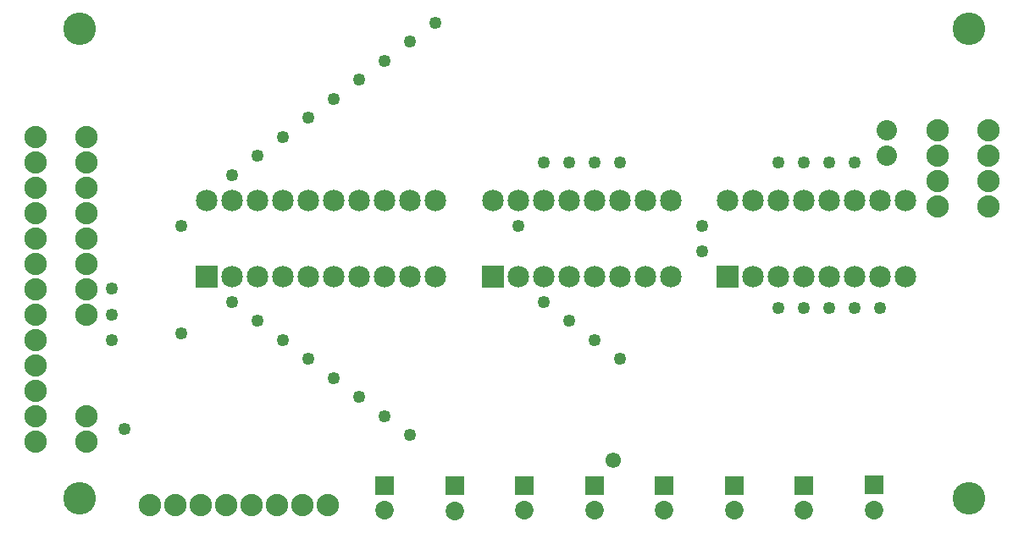
<source format=gts>
G04 MADE WITH FRITZING*
G04 WWW.FRITZING.ORG*
G04 DOUBLE SIDED*
G04 HOLES PLATED*
G04 CONTOUR ON CENTER OF CONTOUR VECTOR*
%ASAXBY*%
%FSLAX23Y23*%
%MOIN*%
%OFA0B0*%
%SFA1.0B1.0*%
%ADD10C,0.049370*%
%ADD11C,0.088000*%
%ADD12C,0.072992*%
%ADD13C,0.061181*%
%ADD14C,0.128110*%
%ADD15C,0.085000*%
%ADD16C,0.080000*%
%ADD17R,0.072992X0.072992*%
%ADD18R,0.085000X0.085000*%
%LNMASK1*%
G90*
G70*
G54D10*
X388Y962D03*
X388Y861D03*
X3413Y886D03*
G54D11*
X3638Y1586D03*
X3638Y1286D03*
X88Y661D03*
G54D12*
X3388Y188D03*
X3388Y89D03*
X3113Y186D03*
X3113Y88D03*
X2838Y186D03*
X2838Y88D03*
X2563Y186D03*
X2563Y88D03*
X2288Y186D03*
X2288Y88D03*
X2013Y186D03*
X2013Y88D03*
X1738Y185D03*
X1738Y86D03*
X1463Y186D03*
X1463Y88D03*
G54D10*
X863Y911D03*
X2088Y911D03*
X963Y836D03*
X2188Y836D03*
X2288Y761D03*
X1063Y761D03*
X2388Y686D03*
X1163Y686D03*
X3013Y886D03*
X1263Y611D03*
X3113Y886D03*
X1363Y536D03*
X3213Y886D03*
X1463Y461D03*
X3313Y886D03*
X1563Y386D03*
X2088Y1461D03*
X963Y1486D03*
X2188Y1461D03*
X1063Y1561D03*
X2288Y1461D03*
X1163Y1636D03*
X2388Y1461D03*
X1263Y1711D03*
X3013Y1461D03*
X1363Y1786D03*
X3113Y1461D03*
X1463Y1861D03*
X3213Y1461D03*
X1563Y1936D03*
X3313Y1461D03*
X1663Y2011D03*
X863Y1411D03*
G54D11*
X3638Y1486D03*
X3638Y1386D03*
G54D13*
X2363Y286D03*
G54D10*
X438Y411D03*
X663Y786D03*
X2713Y1111D03*
X1988Y1211D03*
X2713Y1211D03*
X388Y761D03*
X663Y1211D03*
G54D11*
X538Y111D03*
X638Y111D03*
X738Y111D03*
X838Y111D03*
X938Y111D03*
X1038Y111D03*
X1138Y111D03*
X1238Y111D03*
G54D14*
X263Y137D03*
X263Y1986D03*
X3763Y136D03*
X3763Y1986D03*
G54D15*
X763Y1011D03*
X763Y1311D03*
X863Y1011D03*
X863Y1311D03*
X963Y1011D03*
X963Y1311D03*
X1063Y1011D03*
X1063Y1311D03*
X1163Y1011D03*
X1163Y1311D03*
X1263Y1011D03*
X1263Y1311D03*
X1363Y1011D03*
X1363Y1311D03*
X1463Y1011D03*
X1463Y1311D03*
X1563Y1011D03*
X1563Y1311D03*
X1663Y1011D03*
X1663Y1311D03*
X1888Y1011D03*
X1888Y1311D03*
X1988Y1011D03*
X1988Y1311D03*
X2088Y1011D03*
X2088Y1311D03*
X2188Y1011D03*
X2188Y1311D03*
X2288Y1011D03*
X2288Y1311D03*
X2388Y1011D03*
X2388Y1311D03*
X2488Y1011D03*
X2488Y1311D03*
X2588Y1011D03*
X2588Y1311D03*
X2813Y1011D03*
X2813Y1311D03*
X2913Y1011D03*
X2913Y1311D03*
X3013Y1011D03*
X3013Y1311D03*
X3113Y1011D03*
X3113Y1311D03*
X3213Y1011D03*
X3213Y1311D03*
X3313Y1011D03*
X3313Y1311D03*
X3413Y1011D03*
X3413Y1311D03*
X3513Y1011D03*
X3513Y1311D03*
G54D11*
X88Y561D03*
X88Y361D03*
X288Y361D03*
X88Y461D03*
X288Y461D03*
X88Y861D03*
X88Y961D03*
X88Y1061D03*
X88Y1161D03*
X88Y1261D03*
X88Y1361D03*
X88Y1461D03*
X88Y1561D03*
X288Y861D03*
X288Y961D03*
X288Y1061D03*
X288Y1161D03*
X288Y1261D03*
X288Y1361D03*
X288Y1461D03*
X288Y1561D03*
X88Y761D03*
G54D16*
X3438Y1587D03*
X3438Y1486D03*
G54D11*
X3838Y1586D03*
X3838Y1286D03*
X3838Y1486D03*
X3838Y1386D03*
G54D17*
X3388Y188D03*
X3113Y186D03*
X2838Y186D03*
X2563Y186D03*
X2288Y186D03*
X2013Y186D03*
X1738Y185D03*
X1463Y186D03*
G54D18*
X763Y1011D03*
X1888Y1011D03*
X2813Y1011D03*
G04 End of Mask1*
M02*
</source>
